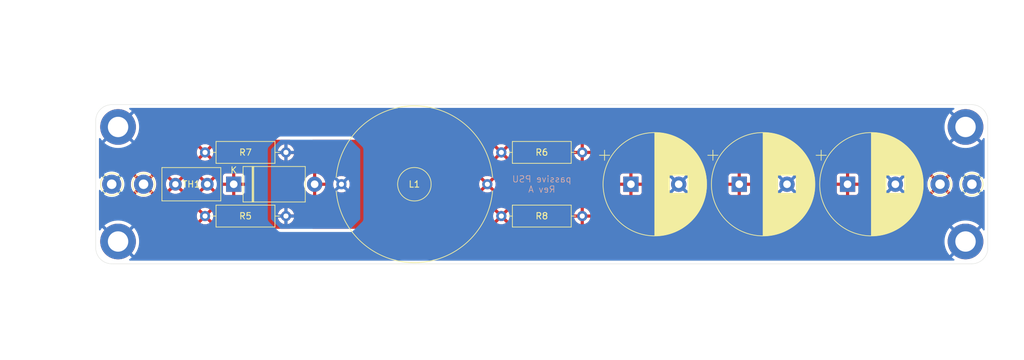
<source format=kicad_pcb>
(kicad_pcb (version 20241229) (generator "pcbnew") (generator_version "9.0")
  (layers (0 "F.Cu" signal) (2 "B.Cu" signal) (13 "F.Paste" user) (15 "B.Paste" user) (5 "F.SilkS" user "F.Silkscreen") (7 "B.SilkS" user "B.Silkscreen") (1 "F.Mask" user) (3 "B.Mask" user) (25 "Edge.Cuts" user))
  (net 0 "")
  (net 1 "Net-(J3-Pin_1)")
  (net 2 "GND")
  (net 3 "Net-(D1-A)")
  (net 4 "Net-(D1-K)")
  (net 5 "Net-(J1-Pin_1)")
  (net 6 "Net-(R5-Pad1)")
  (footprint "Inductor_THT:L_Radial_D24.4mm_P22.90mm_Murata_1400series" (layer "F.Cu") (at 88.555 80)
    (property "Reference" "L1" (at 11.445 0 0) (layer "F.SilkS"))
    (property "Value" "4.7m")
    (pad "1" thru_hole circle (at 0 0) (size 1.6 1.6) (drill 0.8) (layers "*.Cu" "*.Mask") (net 4 "Net-(D1-K)"))
    (pad "2" thru_hole circle (at 22.9 0) (size 1.6 1.6) (drill 0.8) (layers "*.Cu" "*.Mask") (net 3 "Net-(D1-A)"))
  )
  (footprint "Capacitor_THT:CP_Radial_D16.0mm_P7.50mm" (layer "F.Cu") (at 150.987246 80)
    (property "Reference" "C5" (hide yes))
    (property "Value" "3300u" (hide yes))
    (pad "1" thru_hole rect (at 0 0) (size 2.4 2.4) (drill 1.2) (layers "*.Cu" "*.Mask") (net 1 "Net-(J3-Pin_1)"))
    (pad "2" thru_hole circle (at 7.5 0) (size 2.4 2.4) (drill 1.2) (layers "*.Cu" "*.Mask") (net 2 "GND"))
  )
  (footprint "TestPoint:TestPoint_THTPad_D3.0mm_Drill1.5mm" (layer "F.Cu") (at 57.5 80)
    (property "Reference" "J1" (hide yes))
    (property "Value" "Conn_01x01")
    (pad "1" thru_hole circle (at 0 0) (size 3 3) (drill 1.5) (layers "*.Cu" "*.Mask") (net 5 "Net-(J1-Pin_1)"))
  )
  (footprint "Capacitor_THT:C_Disc_D9.0mm_W5.0mm_P5.00mm" (layer "F.Cu") (at 62.5 80)
    (property "Reference" "TH1" (at 2.5 0 0) (layer "F.SilkS"))
    (property "Value" "inrush_limit")
    (pad "1" thru_hole circle (at 0 0) (size 2 2) (drill 1) (layers "*.Cu" "*.Mask") (net 5 "Net-(J1-Pin_1)"))
    (pad "2" thru_hole circle (at 5 0) (size 2 2) (drill 1) (layers "*.Cu" "*.Mask") (net 6 "Net-(R5-Pad1)"))
  )
  (footprint "TestPoint:TestPoint_THTPad_D3.0mm_Drill1.5mm" (layer "F.Cu") (at 187.5 80)
    (property "Reference" "J4" (hide yes))
    (property "Value" "Conn_01x01")
    (pad "1" thru_hole circle (at 0 0) (size 3 3) (drill 1.5) (layers "*.Cu" "*.Mask") (net 2 "GND"))
  )
  (footprint "Resistor_THT:R_Axial_DIN0309_L9.0mm_D3.2mm_P12.70mm_Horizontal" (layer "F.Cu") (at 67.15 85)
    (property "Reference" "R5" (at 6.35 0 0) (layer "F.SilkS"))
    (property "Value" "4.7 2W")
    (pad "1" thru_hole circle (at 0 0) (size 1.6 1.6) (drill 0.8) (layers "*.Cu" "*.Mask") (net 6 "Net-(R5-Pad1)"))
    (pad "2" thru_hole oval (at 12.7 0) (size 1.6 1.6) (drill 0.8) (layers "*.Cu" "*.Mask") (net 4 "Net-(D1-K)"))
  )
  (footprint "Resistor_THT:R_Axial_DIN0309_L9.0mm_D3.2mm_P12.70mm_Horizontal" (layer "F.Cu") (at 67.15 75)
    (property "Reference" "R7" (at 6.35 0 0) (layer "F.SilkS"))
    (property "Value" "4.7 2W")
    (pad "1" thru_hole circle (at 0 0) (size 1.6 1.6) (drill 0.8) (layers "*.Cu" "*.Mask") (net 6 "Net-(R5-Pad1)"))
    (pad "2" thru_hole oval (at 12.7 0) (size 1.6 1.6) (drill 0.8) (layers "*.Cu" "*.Mask") (net 4 "Net-(D1-K)"))
  )
  (footprint "Capacitor_THT:CP_Radial_D16.0mm_P7.50mm" (layer "F.Cu") (at 167.987246 80)
    (property "Reference" "C4" (hide yes))
    (property "Value" "3300u" (hide yes))
    (pad "1" thru_hole rect (at 0 0) (size 2.4 2.4) (drill 1.2) (layers "*.Cu" "*.Mask") (net 1 "Net-(J3-Pin_1)"))
    (pad "2" thru_hole circle (at 7.5 0) (size 2.4 2.4) (drill 1.2) (layers "*.Cu" "*.Mask") (net 2 "GND"))
  )
  (footprint "TestPoint:TestPoint_THTPad_D3.0mm_Drill1.5mm" (layer "F.Cu") (at 52.5 80)
    (property "Reference" "J2" (hide yes))
    (property "Value" "Conn_01x01")
    (pad "1" thru_hole circle (at 0 0) (size 3 3) (drill 1.5) (layers "*.Cu" "*.Mask") (net 2 "GND"))
  )
  (footprint "Resistor_THT:R_Axial_DIN0309_L9.0mm_D3.2mm_P12.70mm_Horizontal" (layer "F.Cu") (at 113.65 75)
    (property "Reference" "R6" (at 6.35 0 0) (layer "F.SilkS"))
    (property "Value" "4.7 2W")
    (pad "1" thru_hole circle (at 0 0) (size 1.6 1.6) (drill 0.8) (layers "*.Cu" "*.Mask") (net 3 "Net-(D1-A)"))
    (pad "2" thru_hole oval (at 12.7 0) (size 1.6 1.6) (drill 0.8) (layers "*.Cu" "*.Mask") (net 1 "Net-(J3-Pin_1)"))
  )
  (footprint "Resistor_THT:R_Axial_DIN0309_L9.0mm_D3.2mm_P12.70mm_Horizontal" (layer "F.Cu") (at 113.65 85)
    (property "Reference" "R8" (at 6.35 0 0) (layer "F.SilkS"))
    (property "Value" "4.7 2W")
    (pad "1" thru_hole circle (at 0 0) (size 1.6 1.6) (drill 0.8) (layers "*.Cu" "*.Mask") (net 3 "Net-(D1-A)"))
    (pad "2" thru_hole oval (at 12.7 0) (size 1.6 1.6) (drill 0.8) (layers "*.Cu" "*.Mask") (net 1 "Net-(J3-Pin_1)"))
  )
  (footprint "MountingHole:MountingHole_3.2mm_M3_DIN965_Pad_TopBottom" (layer "F.Cu") (at 186.5 89)
    (property "Reference" "H3" (hide yes))
    (property "Value" "MountingHole_Pad")
    (pad "1" thru_hole circle (at 0 0) (size 3.6 3.6) (drill 3.2) (layers "*.Cu" "*.Mask") (net 2 "GND"))
    (pad "1" connect circle (at 0 0) (size 5.6 5.6) (layers "F.Cu" "F.Mask") (net 2 "GND"))
    (pad "1" connect circle (at 0 0) (size 5.6 5.6) (layers "B.Cu" "B.Mask") (net 2 "GND"))
  )
  (footprint "Capacitor_THT:CP_Radial_D16.0mm_P7.50mm" (layer "F.Cu") (at 133.987246 80)
    (property "Reference" "C6" (hide yes))
    (property "Value" "3300u" (hide yes))
    (pad "1" thru_hole rect (at 0 0) (size 2.4 2.4) (drill 1.2) (layers "*.Cu" "*.Mask") (net 1 "Net-(J3-Pin_1)"))
    (pad "2" thru_hole circle (at 7.5 0) (size 2.4 2.4) (drill 1.2) (layers "*.Cu" "*.Mask") (net 2 "GND"))
  )
  (footprint "TestPoint:TestPoint_THTPad_D3.0mm_Drill1.5mm" (layer "F.Cu") (at 182.5 80)
    (property "Reference" "J3" (hide yes))
    (property "Value" "Conn_01x01")
    (pad "1" thru_hole circle (at 0 0) (size 3 3) (drill 1.5) (layers "*.Cu" "*.Mask") (net 1 "Net-(J3-Pin_1)"))
  )
  (footprint "MountingHole:MountingHole_3.2mm_M3_DIN965_Pad_TopBottom" (layer "F.Cu") (at 53.5 89)
    (property "Reference" "H2" (hide yes))
    (property "Value" "MountingHole_Pad")
    (pad "1" thru_hole circle (at 0 0) (size 3.6 3.6) (drill 3.2) (layers "*.Cu" "*.Mask") (net 2 "GND"))
    (pad "1" connect circle (at 0 0) (size 5.6 5.6) (layers "F.Cu" "F.Mask") (net 2 "GND"))
    (pad "1" connect circle (at 0 0) (size 5.6 5.6) (layers "B.Cu" "B.Mask") (net 2 "GND"))
  )
  (footprint "MountingHole:MountingHole_3.2mm_M3_DIN965_Pad_TopBottom" (layer "F.Cu") (at 186.5 71)
    (property "Reference" "H4" (hide yes))
    (property "Value" "MountingHole_Pad")
    (pad "1" thru_hole circle (at 0 0) (size 3.6 3.6) (drill 3.2) (layers "*.Cu" "*.Mask") (net 2 "GND"))
    (pad "1" connect circle (at 0 0) (size 5.6 5.6) (layers "F.Cu" "F.Mask") (net 2 "GND"))
    (pad "1" connect circle (at 0 0) (size 5.6 5.6) (layers "B.Cu" "B.Mask") (net 2 "GND"))
  )
  (footprint "Diode_THT:D_DO-27_P12.70mm_Horizontal" (layer "F.Cu") (at 71.65 80)
    (property "Reference" "D1" (hide yes))
    (property "Value" "D")
    (fp_text user "K" (at 0 -2.2 0) (layer "F.SilkS"))
    (pad "1" thru_hole rect (at 0 0) (size 2.4 2.4) (drill 1.2) (layers "*.Cu" "*.Mask") (net 4 "Net-(D1-K)"))
    (pad "2" thru_hole oval (at 12.7 0) (size 2.4 2.4) (drill 1.2) (layers "*.Cu" "*.Mask") (net 3 "Net-(D1-A)"))
  )
  (footprint "MountingHole:MountingHole_3.2mm_M3_DIN965_Pad_TopBottom" (layer "F.Cu") (at 53.5 71)
    (property "Reference" "H1" (hide yes))
    (property "Value" "MountingHole_Pad")
    (pad "1" thru_hole circle (at 0 0) (size 3.6 3.6) (drill 3.2) (layers "*.Cu" "*.Mask") (net 2 "GND"))
    (pad "1" connect circle (at 0 0) (size 5.6 5.6) (layers "F.Cu" "F.Mask") (net 2 "GND"))
    (pad "1" connect circle (at 0 0) (size 5.6 5.6) (layers "B.Cu" "B.Mask") (net 2 "GND"))
  )
  (gr_line (start 50 70) (end 50 90) (stroke (width 0.05)) (layer "Edge.Cuts"))
  (gr_line (start 52.5 92.5) (end 187.5 92.5) (stroke (width 0.05)) (layer "Edge.Cuts"))
  (gr_arc (start 190 90) (mid 189.267767 91.767767) (end 187.5 92.5) (stroke (width 0.05)) (layer "Edge.Cuts"))
  (gr_line (start 190 70) (end 190 90) (stroke (width 0.05)) (layer "Edge.Cuts"))
  (gr_line (start 52.5 67.5) (end 187.5 67.5) (stroke (width 0.05)) (layer "Edge.Cuts"))
  (gr_arc (start 187.5 67.5) (mid 189.267767 68.232233) (end 190 70) (stroke (width 0.05)) (layer "Edge.Cuts"))
  (gr_arc (start 52.5 92.5) (mid 50.732233 91.767767) (end 50 90) (stroke (width 0.05)) (layer "Edge.Cuts"))
  (gr_arc (start 50 70) (mid 50.732233 68.232233) (end 52.5 67.5) (stroke (width 0.05)) (layer "Edge.Cuts"))
  (gr_text "passive PSU\nRev A" (at 120 80 0) (layer "B.SilkS") (effects (font (size 1 1) (thickness 0.1)) (justify mirror)))
  (zone (net 5) (net_name "Net-(J1-Pin_1)") (layer "F.Cu") (priority 6) (connect_pads (clearance 0.5)) (min_thickness 0.25) (fill yes (thermal_gap 0.5) (thermal_bridge_width 0.5))
    (polygon (pts (xy 64 78) (xy 62.5 76.5) (xy 56.5 76.5) (xy 55 78) (xy 55 82) (xy 56.5 83.5) (xy 62.5 83.5) (xy 64 82)))
  )
  (zone (net 3) (net_name "Net-(D1-A)") (layer "F.Cu") (priority 2) (connect_pads (clearance 0.5)) (min_thickness 0.25) (fill yes (thermal_gap 0.5) (thermal_bridge_width 0.5))
    (polygon (pts (xy 84 73) (xy 82.5 74.5) (xy 82.5 85.5) (xy 84 87) (xy 114.5 87) (xy 116 85.5) (xy 116 74.5) (xy 114.5 73)))
  )
  (zone (net 4) (net_name "Net-(D1-K)") (layer "F.Cu") (priority 4) (connect_pads (clearance 0.5)) (min_thickness 0.25) (fill yes (thermal_gap 0.5) (thermal_bridge_width 0.5))
    (polygon (pts (xy 81 73.5) (xy 81.5 74) (xy 82 74.5) (xy 82 78) (xy 82 82) (xy 82 85.5) (xy 81.5 86) (xy 81 86.5) (xy 80.5 87) (xy 71 87) (xy 69.5 85.5) (xy 69.5 74.5) (xy 71 73) (xy 80.5 73)))
  )
  (zone (net 6) (net_name "Net-(R5-Pad1)") (layer "F.Cu") (priority 5) (connect_pads (clearance 0.5)) (min_thickness 0.25) (fill yes (thermal_gap 0.5) (thermal_bridge_width 0.5))
    (polygon (pts (xy 69 74.5) (xy 67.5 73) (xy 66 73) (xy 64.5 74.5) (xy 64.5 85.5) (xy 66 87) (xy 67.5 87) (xy 69 85.5)))
  )
  (zone (net 1) (net_name "Net-(J3-Pin_1)") (layer "F.Cu") (priority 1) (connect_pads (clearance 0.5)) (min_thickness 0.25) (fill yes (thermal_gap 0.5) (thermal_bridge_width 0.5))
    (polygon (pts (xy 125.5 72.5) (xy 124 74) (xy 124 86) (xy 125.5 87.5) (xy 182.5 87.5) (xy 185 85) (xy 185 75) (xy 182.5 72.5)))
  )
  (zone (net 4) (net_name "Net-(D1-K)") (layer "B.Cu") (priority 3) (connect_pads (clearance 0.5)) (min_thickness 0.25) (fill yes (thermal_gap 0.5) (thermal_bridge_width 0.5))
    (polygon (pts (xy 79 73) (xy 77.5 74.5) (xy 77.5 85.5) (xy 79 87) (xy 90 87) (xy 91.5 85.5) (xy 91.5 74.5) (xy 90 73)))
  )
  (zone (net 2) (net_name "GND") (layer "B.Cu") (connect_pads (clearance 0.5)) (min_thickness 0.25) (fill yes (thermal_gap 0.5) (thermal_bridge_width 0.5))
    (polygon (pts (xy 49.5 67) (xy 49.5 93) (xy 190.5 93) (xy 190.5 67)))
  )
)
</source>
